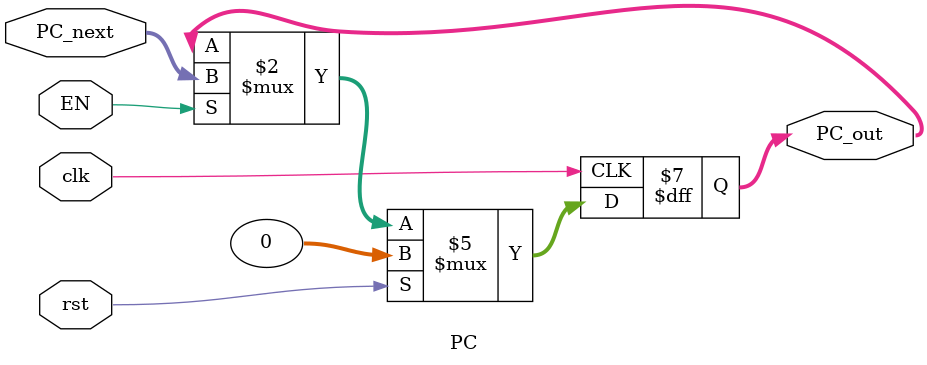
<source format=sv>
`timescale 1ns / 1ps


module PC(
    input  logic [31:0] PC_next,
    input  logic        clk, rst, EN,
    output logic [31:0] PC_out
    );

    always_ff @( posedge clk ) begin
        if (rst) begin
            PC_out <= '0;
        end
        else begin
            if (EN) begin
                PC_out <= PC_next;
            end
        end
    end

endmodule

</source>
